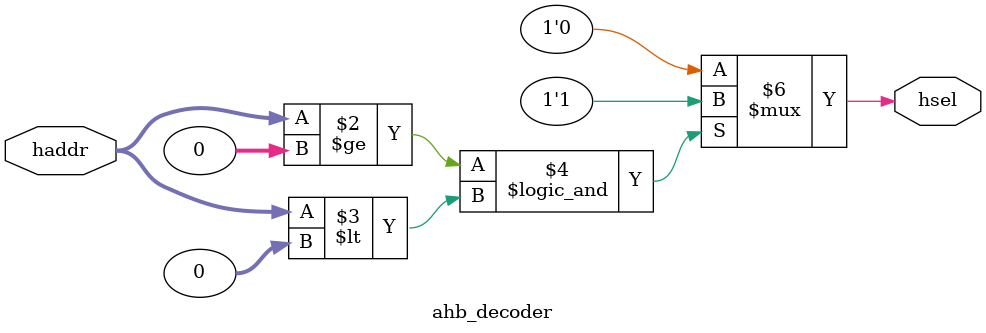
<source format=v>
module ahb_decoder (
    haddr,
    hsel
);
    parameter AW = 32;
    parameter SLAVE_0_BASE = 0;
    parameter SLAVE_0_SIZE = 0;
    parameter SLAVE_NUM = 1;
    input   [AW-1:0]haddr;
    output reg [SLAVE_NUM-1:0]hsel;

    always@* begin
        if(haddr >= SLAVE_0_BASE && haddr < (SLAVE_0_BASE + SLAVE_0_SIZE))begin
            hsel = 1'b1;
        end else begin
            hsel = 1'b0;
        end
    end
endmodule
</source>
